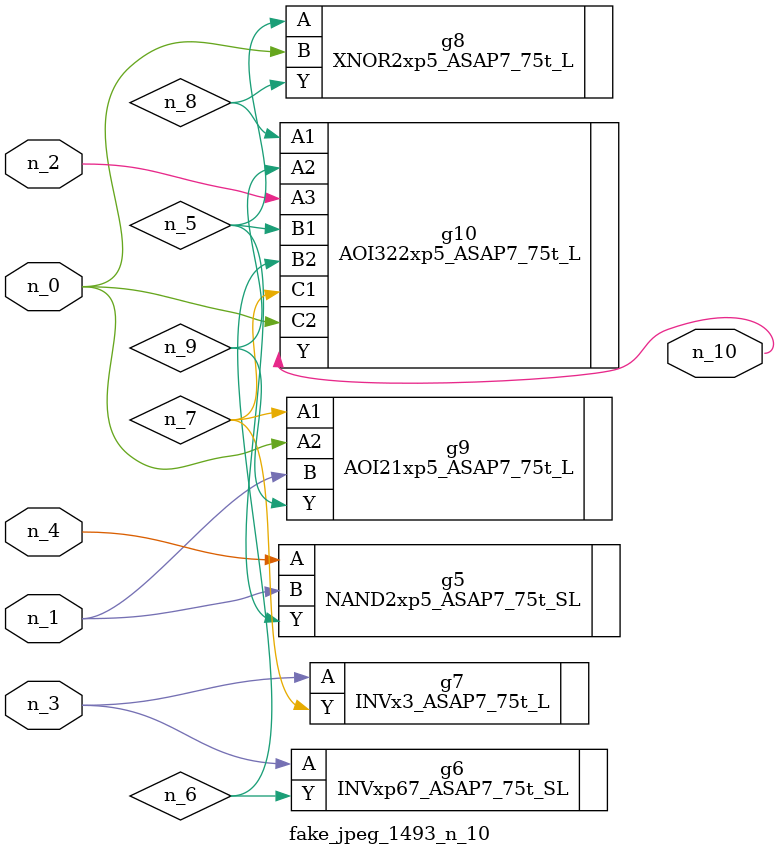
<source format=v>
module fake_jpeg_1493_n_10 (n_3, n_2, n_1, n_0, n_4, n_10);

input n_3;
input n_2;
input n_1;
input n_0;
input n_4;

output n_10;

wire n_8;
wire n_9;
wire n_6;
wire n_5;
wire n_7;

NAND2xp5_ASAP7_75t_SL g5 ( 
.A(n_4),
.B(n_1),
.Y(n_5)
);

INVxp67_ASAP7_75t_SL g6 ( 
.A(n_3),
.Y(n_6)
);

INVx3_ASAP7_75t_L g7 ( 
.A(n_3),
.Y(n_7)
);

XNOR2xp5_ASAP7_75t_L g8 ( 
.A(n_5),
.B(n_0),
.Y(n_8)
);

AOI322xp5_ASAP7_75t_L g10 ( 
.A1(n_8),
.A2(n_9),
.A3(n_2),
.B1(n_5),
.B2(n_6),
.C1(n_7),
.C2(n_0),
.Y(n_10)
);

AOI21xp5_ASAP7_75t_L g9 ( 
.A1(n_7),
.A2(n_0),
.B(n_1),
.Y(n_9)
);


endmodule
</source>
